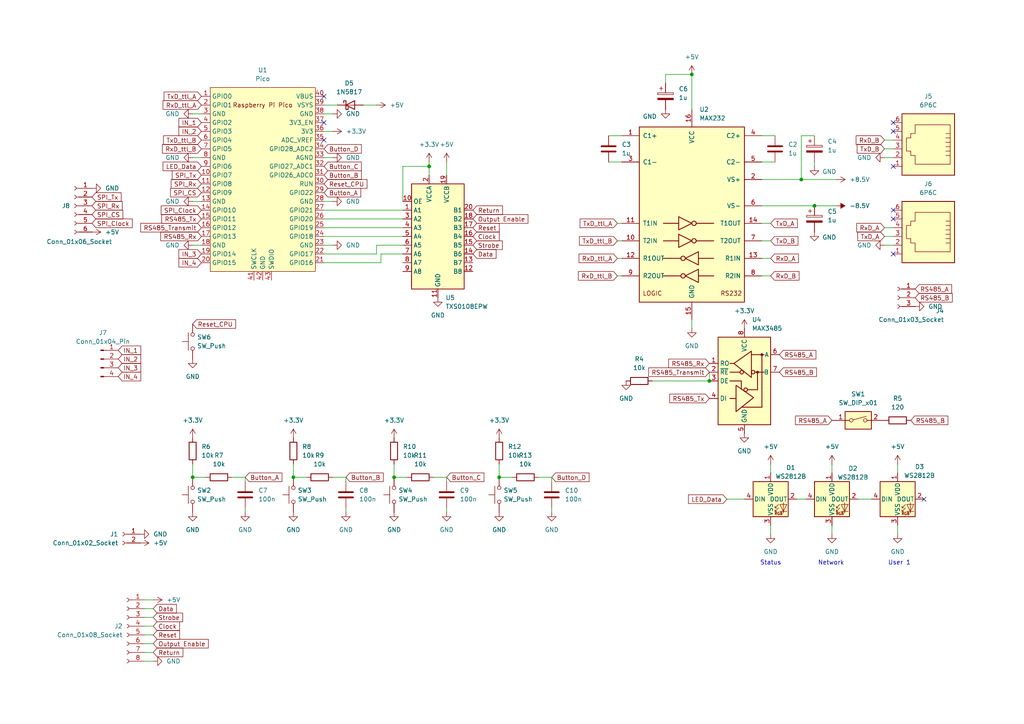
<source format=kicad_sch>
(kicad_sch (version 20231120) (generator "eeschema") (generator_version "8.0")
  (paper "A4")
  (junction (at 205.74 110.49))
  (junction (at 124.46 48.26))
  (junction (at 144.78 138.43))
  (junction (at 200.66 21.59))
  (junction (at 114.3 138.43))
  (junction (at 236.22 59.69))
  (junction (at 55.88 138.43))
  (junction (at 232.41 52.07))
  (junction (at 85.09 138.43))
  (no_connect (at 93.98 35.56))
  (no_connect (at 259.08 63.5))
  (no_connect (at 267.97 144.78))
  (no_connect (at 93.98 40.64))
  (no_connect (at 259.08 38.1))
  (no_connect (at 259.08 73.66))
  (no_connect (at 93.98 27.94))
  (no_connect (at 259.08 35.56))
  (no_connect (at 259.08 48.26))
  (no_connect (at 259.08 60.96))
  (wire (pts (xy 220.98 69.85) (xy 223.52 69.85)))
  (wire (pts (xy 236.22 46.99) (xy 236.22 48.26)))
  (wire (pts (xy 85.09 138.43) (xy 88.9 138.43)))
  (wire (pts (xy 114.3 138.43) (xy 118.11 138.43)))
  (wire (pts (xy 105.41 30.48) (xy 109.22 30.48)))
  (wire (pts (xy 179.07 80.01) (xy 180.34 80.01)))
  (wire (pts (xy 55.88 45.72) (xy 58.42 45.72)))
  (wire (pts (xy 160.02 139.7) (xy 160.02 138.43)))
  (wire (pts (xy 55.88 134.62) (xy 55.88 138.43)))
  (wire (pts (xy 256.54 66.04) (xy 259.08 66.04)))
  (wire (pts (xy 116.84 58.42) (xy 116.84 48.26)))
  (wire (pts (xy 100.33 139.7) (xy 100.33 138.43)))
  (wire (pts (xy 93.98 63.5) (xy 116.84 63.5)))
  (wire (pts (xy 124.46 48.26) (xy 124.46 50.8)))
  (wire (pts (xy 193.04 21.59) (xy 200.66 21.59)))
  (wire (pts (xy 41.91 179.07) (xy 44.45 179.07)))
  (wire (pts (xy 220.98 64.77) (xy 223.52 64.77)))
  (wire (pts (xy 41.91 184.15) (xy 44.45 184.15)))
  (wire (pts (xy 129.54 139.7) (xy 129.54 138.43)))
  (wire (pts (xy 200.66 92.71) (xy 200.66 95.25)))
  (wire (pts (xy 232.41 52.07) (xy 242.57 52.07)))
  (wire (pts (xy 55.88 58.42) (xy 58.42 58.42)))
  (wire (pts (xy 220.98 80.01) (xy 223.52 80.01)))
  (wire (pts (xy 160.02 148.59) (xy 160.02 147.32)))
  (wire (pts (xy 200.66 21.59) (xy 200.66 31.75)))
  (wire (pts (xy 248.92 144.78) (xy 252.73 144.78)))
  (wire (pts (xy 256.54 68.58) (xy 259.08 68.58)))
  (wire (pts (xy 100.33 148.59) (xy 100.33 147.32)))
  (wire (pts (xy 129.54 46.99) (xy 129.54 50.8)))
  (wire (pts (xy 223.52 134.62) (xy 223.52 137.16)))
  (wire (pts (xy 223.52 152.4) (xy 223.52 154.94)))
  (wire (pts (xy 93.98 73.66) (xy 109.22 73.66)))
  (wire (pts (xy 41.91 189.23) (xy 44.45 189.23)))
  (wire (pts (xy 41.91 173.99) (xy 44.45 173.99)))
  (wire (pts (xy 110.49 76.2) (xy 110.49 73.66)))
  (wire (pts (xy 176.53 46.99) (xy 180.34 46.99)))
  (wire (pts (xy 93.98 33.02) (xy 96.52 33.02)))
  (wire (pts (xy 231.14 144.78) (xy 233.68 144.78)))
  (wire (pts (xy 109.22 73.66) (xy 109.22 71.12)))
  (wire (pts (xy 41.91 176.53) (xy 44.45 176.53)))
  (wire (pts (xy 144.78 138.43) (xy 148.59 138.43)))
  (wire (pts (xy 179.07 64.77) (xy 180.34 64.77)))
  (wire (pts (xy 93.98 71.12) (xy 96.52 71.12)))
  (wire (pts (xy 129.54 138.43) (xy 125.73 138.43)))
  (wire (pts (xy 129.54 148.59) (xy 129.54 147.32)))
  (wire (pts (xy 116.84 48.26) (xy 124.46 48.26)))
  (wire (pts (xy 93.98 38.1) (xy 96.52 38.1)))
  (wire (pts (xy 110.49 73.66) (xy 116.84 73.66)))
  (wire (pts (xy 242.57 59.69) (xy 236.22 59.69)))
  (wire (pts (xy 85.09 134.62) (xy 85.09 138.43)))
  (wire (pts (xy 179.07 69.85) (xy 180.34 69.85)))
  (wire (pts (xy 93.98 58.42) (xy 96.52 58.42)))
  (wire (pts (xy 93.98 30.48) (xy 97.79 30.48)))
  (wire (pts (xy 220.98 46.99) (xy 224.79 46.99)))
  (wire (pts (xy 179.07 74.93) (xy 180.34 74.93)))
  (wire (pts (xy 241.3 134.62) (xy 241.3 137.16)))
  (wire (pts (xy 256.54 40.64) (xy 259.08 40.64)))
  (wire (pts (xy 220.98 39.37) (xy 224.79 39.37)))
  (wire (pts (xy 256.54 45.72) (xy 259.08 45.72)))
  (wire (pts (xy 236.22 39.37) (xy 232.41 39.37)))
  (wire (pts (xy 260.35 152.4) (xy 260.35 154.94)))
  (wire (pts (xy 93.98 66.04) (xy 116.84 66.04)))
  (wire (pts (xy 241.3 152.4) (xy 241.3 154.94)))
  (wire (pts (xy 189.23 110.49) (xy 205.74 110.49)))
  (wire (pts (xy 93.98 76.2) (xy 110.49 76.2)))
  (wire (pts (xy 71.12 139.7) (xy 71.12 138.43)))
  (wire (pts (xy 55.88 71.12) (xy 58.42 71.12)))
  (wire (pts (xy 55.88 33.02) (xy 58.42 33.02)))
  (wire (pts (xy 100.33 138.43) (xy 96.52 138.43)))
  (wire (pts (xy 93.98 60.96) (xy 116.84 60.96)))
  (wire (pts (xy 144.78 134.62) (xy 144.78 138.43)))
  (wire (pts (xy 256.54 43.18) (xy 259.08 43.18)))
  (wire (pts (xy 260.35 134.62) (xy 260.35 137.16)))
  (wire (pts (xy 71.12 148.59) (xy 71.12 147.32)))
  (wire (pts (xy 109.22 71.12) (xy 116.84 71.12)))
  (wire (pts (xy 71.12 138.43) (xy 67.31 138.43)))
  (wire (pts (xy 220.98 52.07) (xy 232.41 52.07)))
  (wire (pts (xy 220.98 74.93) (xy 223.52 74.93)))
  (wire (pts (xy 41.91 186.69) (xy 44.45 186.69)))
  (wire (pts (xy 193.04 24.13) (xy 193.04 21.59)))
  (wire (pts (xy 160.02 138.43) (xy 156.21 138.43)))
  (wire (pts (xy 176.53 39.37) (xy 180.34 39.37)))
  (wire (pts (xy 205.74 107.95) (xy 205.74 110.49)))
  (wire (pts (xy 210.82 144.78) (xy 215.9 144.78)))
  (wire (pts (xy 236.22 59.69) (xy 220.98 59.69)))
  (wire (pts (xy 41.91 181.61) (xy 44.45 181.61)))
  (wire (pts (xy 232.41 39.37) (xy 232.41 52.07)))
  (wire (pts (xy 55.88 138.43) (xy 59.69 138.43)))
  (wire (pts (xy 256.54 71.12) (xy 259.08 71.12)))
  (wire (pts (xy 41.91 191.77) (xy 44.45 191.77)))
  (wire (pts (xy 93.98 45.72) (xy 96.52 45.72)))
  (wire (pts (xy 93.98 68.58) (xy 116.84 68.58)))
  (wire (pts (xy 124.46 46.99) (xy 124.46 48.26)))
  (wire (pts (xy 114.3 134.62) (xy 114.3 138.43)))
  (text "Network" (at 241.046 163.322 0) (effects (font (size 1.27 1.27))))
  (text "User 1" (at 260.858 163.322 0) (effects (font (size 1.27 1.27))))
  (text "Status" (at 223.52 163.322 0) (effects (font (size 1.27 1.27))))
  (global_label "Output Enable" (shape input) (at 137.16 63.5 0) (property "Intersheetrefs" "${INTERSHEET_REFS}" (effects (hide yes))))
  (global_label "SPI_Rx" (shape input) (at 58.42 53.34 180) (property "Intersheetrefs" "${INTERSHEET_REFS}" (effects (hide yes))))
  (global_label "IN_2" (shape input) (at 58.42 38.1 180) (property "Intersheetrefs" "${INTERSHEET_REFS}" (effects (hide yes))))
  (global_label "LED_Data" (shape input) (at 210.82 144.78 180) (property "Intersheetrefs" "${INTERSHEET_REFS}" (effects (hide yes))))
  (global_label "RS485_B" (shape input) (at 265.43 86.36 0) (property "Intersheetrefs" "${INTERSHEET_REFS}" (effects (hide yes))))
  (global_label "LED_Data" (shape input) (at 58.42 48.26 180) (property "Intersheetrefs" "${INTERSHEET_REFS}" (effects (hide yes))))
  (global_label "RxD_ttl_A" (shape input) (at 179.07 74.93 180) (property "Intersheetrefs" "${INTERSHEET_REFS}" (effects (hide yes))))
  (global_label "Return" (shape input) (at 44.45 189.23 0) (property "Intersheetrefs" "${INTERSHEET_REFS}" (effects (hide yes))))
  (global_label "Data" (shape input) (at 137.16 73.66 0) (property "Intersheetrefs" "${INTERSHEET_REFS}" (effects (hide yes))))
  (global_label "IN_4" (shape input) (at 34.29 109.22 0) (property "Intersheetrefs" "${INTERSHEET_REFS}" (effects (hide yes))))
  (global_label "SPI_Tx" (shape input) (at 26.67 57.15 0) (property "Intersheetrefs" "${INTERSHEET_REFS}" (effects (hide yes))))
  (global_label "IN_1" (shape input) (at 34.29 101.6 0) (property "Intersheetrefs" "${INTERSHEET_REFS}" (effects (hide yes))))
  (global_label "TxD_ttl_B" (shape input) (at 58.42 40.64 180) (property "Intersheetrefs" "${INTERSHEET_REFS}" (effects (hide yes))))
  (global_label "Button_A" (shape input) (at 71.12 138.43 0) (property "Intersheetrefs" "${INTERSHEET_REFS}" (effects (hide yes))))
  (global_label "RS485_B" (shape input) (at 226.06 107.95 0) (property "Intersheetrefs" "${INTERSHEET_REFS}" (effects (hide yes))))
  (global_label "Button_A" (shape input) (at 93.98 55.88 0) (property "Intersheetrefs" "${INTERSHEET_REFS}" (effects (hide yes))))
  (global_label "RS485_Rx" (shape input) (at 205.74 105.41 180) (property "Intersheetrefs" "${INTERSHEET_REFS}" (effects (hide yes))))
  (global_label "IN_4" (shape input) (at 58.42 76.2 180) (property "Intersheetrefs" "${INTERSHEET_REFS}" (effects (hide yes))))
  (global_label "Button_D" (shape input) (at 93.98 43.18 0) (property "Intersheetrefs" "${INTERSHEET_REFS}" (effects (hide yes))))
  (global_label "Strobe" (shape input) (at 44.45 179.07 0) (property "Intersheetrefs" "${INTERSHEET_REFS}" (effects (hide yes))))
  (global_label "Data" (shape input) (at 44.45 176.53 0) (property "Intersheetrefs" "${INTERSHEET_REFS}" (effects (hide yes))))
  (global_label "RS485_A" (shape input) (at 241.3 121.92 180) (property "Intersheetrefs" "${INTERSHEET_REFS}" (effects (hide yes))))
  (global_label "Button_D" (shape input) (at 160.02 138.43 0) (property "Intersheetrefs" "${INTERSHEET_REFS}" (effects (hide yes))))
  (global_label "Button_C" (shape input) (at 129.54 138.43 0) (property "Intersheetrefs" "${INTERSHEET_REFS}" (effects (hide yes))))
  (global_label "RxD_B" (shape input) (at 256.54 40.64 180) (property "Intersheetrefs" "${INTERSHEET_REFS}" (effects (hide yes))))
  (global_label "SPI_CS" (shape input) (at 26.67 62.23 0) (property "Intersheetrefs" "${INTERSHEET_REFS}" (effects (hide yes))))
  (global_label "TxD_ttl_B" (shape input) (at 179.07 69.85 180) (property "Intersheetrefs" "${INTERSHEET_REFS}" (effects (hide yes))))
  (global_label "Reset_CPU" (shape input) (at 55.88 93.98 0) (property "Intersheetrefs" "${INTERSHEET_REFS}" (effects (hide yes))))
  (global_label "RS485_Tx" (shape input) (at 58.42 63.5 180) (property "Intersheetrefs" "${INTERSHEET_REFS}" (effects (hide yes))))
  (global_label "Clock" (shape input) (at 44.45 181.61 0) (property "Intersheetrefs" "${INTERSHEET_REFS}" (effects (hide yes))))
  (global_label "TxD_A" (shape input) (at 223.52 64.77 0) (property "Intersheetrefs" "${INTERSHEET_REFS}" (effects (hide yes))))
  (global_label "IN_3" (shape input) (at 58.42 73.66 180) (property "Intersheetrefs" "${INTERSHEET_REFS}" (effects (hide yes))))
  (global_label "RxD_ttl_B" (shape input) (at 58.42 43.18 180) (property "Intersheetrefs" "${INTERSHEET_REFS}" (effects (hide yes))))
  (global_label "TxD_B" (shape input) (at 223.52 69.85 0) (property "Intersheetrefs" "${INTERSHEET_REFS}" (effects (hide yes))))
  (global_label "RS485_A" (shape input) (at 265.43 83.82 0) (property "Intersheetrefs" "${INTERSHEET_REFS}" (effects (hide yes))))
  (global_label "SPI_CS" (shape input) (at 58.42 55.88 180) (property "Intersheetrefs" "${INTERSHEET_REFS}" (effects (hide yes))))
  (global_label "Reset" (shape input) (at 44.45 184.15 0) (property "Intersheetrefs" "${INTERSHEET_REFS}" (effects (hide yes))))
  (global_label "RxD_ttl_B" (shape input) (at 179.07 80.01 180) (property "Intersheetrefs" "${INTERSHEET_REFS}" (effects (hide yes))))
  (global_label "Clock" (shape input) (at 137.16 68.58 0) (property "Intersheetrefs" "${INTERSHEET_REFS}" (effects (hide yes))))
  (global_label "TxD_ttl_A" (shape input) (at 179.07 64.77 180) (property "Intersheetrefs" "${INTERSHEET_REFS}" (effects (hide yes))))
  (global_label "Button_C" (shape input) (at 93.98 48.26 0) (property "Intersheetrefs" "${INTERSHEET_REFS}" (effects (hide yes))))
  (global_label "IN_3" (shape input) (at 34.29 106.68 0) (property "Intersheetrefs" "${INTERSHEET_REFS}" (effects (hide yes))))
  (global_label "Button_B" (shape input) (at 100.33 138.43 0) (property "Intersheetrefs" "${INTERSHEET_REFS}" (effects (hide yes))))
  (global_label "RxD_A" (shape input) (at 223.52 74.93 0) (property "Intersheetrefs" "${INTERSHEET_REFS}" (effects (hide yes))))
  (global_label "SPI_Clock" (shape input) (at 26.67 64.77 0) (property "Intersheetrefs" "${INTERSHEET_REFS}" (effects (hide yes))))
  (global_label "RS485_Transmit" (shape input) (at 58.42 66.04 180) (property "Intersheetrefs" "${INTERSHEET_REFS}" (effects (hide yes))))
  (global_label "RS485_Transmit" (shape input) (at 205.74 107.95 180) (property "Intersheetrefs" "${INTERSHEET_REFS}" (effects (hide yes))))
  (global_label "SPI_Rx" (shape input) (at 26.67 59.69 0) (property "Intersheetrefs" "${INTERSHEET_REFS}" (effects (hide yes))))
  (global_label "RS485_B" (shape input) (at 264.16 121.92 0) (property "Intersheetrefs" "${INTERSHEET_REFS}" (effects (hide yes))))
  (global_label "SPI_Clock" (shape input) (at 58.42 60.96 180) (property "Intersheetrefs" "${INTERSHEET_REFS}" (effects (hide yes))))
  (global_label "TxD_B" (shape input) (at 256.54 43.18 180) (property "Intersheetrefs" "${INTERSHEET_REFS}" (effects (hide yes))))
  (global_label "RS485_Rx" (shape input) (at 58.42 68.58 180) (property "Intersheetrefs" "${INTERSHEET_REFS}" (effects (hide yes))))
  (global_label "RS485_A" (shape input) (at 226.06 102.87 0) (property "Intersheetrefs" "${INTERSHEET_REFS}" (effects (hide yes))))
  (global_label "TxD_A" (shape input) (at 256.54 68.58 180) (property "Intersheetrefs" "${INTERSHEET_REFS}" (effects (hide yes))))
  (global_label "RxD_ttl_A" (shape input) (at 58.42 30.48 180) (property "Intersheetrefs" "${INTERSHEET_REFS}" (effects (hide yes))))
  (global_label "SPI_Tx" (shape input) (at 58.42 50.8 180) (property "Intersheetrefs" "${INTERSHEET_REFS}" (effects (hide yes))))
  (global_label "Return" (shape input) (at 137.16 60.96 0) (property "Intersheetrefs" "${INTERSHEET_REFS}" (effects (hide yes))))
  (global_label "RxD_B" (shape input) (at 223.52 80.01 0) (property "Intersheetrefs" "${INTERSHEET_REFS}" (effects (hide yes))))
  (global_label "RxD_A" (shape input) (at 256.54 66.04 180) (property "Intersheetrefs" "${INTERSHEET_REFS}" (effects (hide yes))))
  (global_label "Reset_CPU" (shape input) (at 93.98 53.34 0) (property "Intersheetrefs" "${INTERSHEET_REFS}" (effects (hide yes))))
  (global_label "Output Enable" (shape input) (at 44.45 186.69 0) (property "Intersheetrefs" "${INTERSHEET_REFS}" (effects (hide yes))))
  (global_label "Button_B" (shape input) (at 93.98 50.8 0) (property "Intersheetrefs" "${INTERSHEET_REFS}" (effects (hide yes))))
  (global_label "IN_1" (shape input) (at 58.42 35.56 180) (property "Intersheetrefs" "${INTERSHEET_REFS}" (effects (hide yes))))
  (global_label "Reset" (shape input) (at 137.16 66.04 0) (property "Intersheetrefs" "${INTERSHEET_REFS}" (effects (hide yes))))
  (global_label "IN_2" (shape input) (at 34.29 104.14 0) (property "Intersheetrefs" "${INTERSHEET_REFS}" (effects (hide yes))))
  (global_label "RS485_Tx" (shape input) (at 205.74 115.57 180) (property "Intersheetrefs" "${INTERSHEET_REFS}" (effects (hide yes))))
  (global_label "Strobe" (shape input) (at 137.16 71.12 0) (property "Intersheetrefs" "${INTERSHEET_REFS}" (effects (hide yes))))
  (global_label "TxD_ttl_A" (shape input) (at 58.42 27.94 180) (property "Intersheetrefs" "${INTERSHEET_REFS}" (effects (hide yes))))
  (symbol (lib_id "power:GND") (at 260.35 154.94 0) (unit 1)
    (property "Reference" "#PWR09" (effects (hide yes)))
    (property "Value" "GND" (at 260.35 160.02 0))
    (property "Description" "Power symbol creates a global label with name \"GND\" , ground" (effects (hide yes)))
  )
  (symbol (lib_id "power:GND") (at 71.12 148.59 0) (unit 1)
    (property "Reference" "#PWR040" (effects (hide yes)))
    (property "Value" "GND" (at 71.12 153.67 0))
    (property "Description" "Power symbol creates a global label with name \"GND\" , ground" (effects (hide yes)))
  )
  (symbol (lib_id "power:GND") (at 55.88 71.12 270) (unit 1)
    (property "Reference" "#PWR012" (effects (hide yes)))
    (property "Value" "GND" (at 52.07 71.1199 90) (effects (justify right)))
    (property "Description" "Power symbol creates a global label with name \"GND\" , ground" (effects (hide yes)))
  )
  (symbol (lib_id "Device:R") (at 152.4 138.43 90) (unit 1)
    (property "Reference" "R13" (at 152.4 132.08 90))
    (property "Value" "10k" (at 152.4 134.62 90))
    (property "Footprint" "Resistor_SMD:R_0805_2012Metric_Pad1.20x1.40mm_HandSolder" (effects (hide yes)))
    (property "Description" "Resistor" (effects (hide yes)))
  )
  (symbol (lib_id "Switch:SW_Push") (at 144.78 143.51 90) (unit 1)
    (property "Reference" "SW5" (at 146.05 142.2399 90) (effects (justify right)))
    (property "Value" "SW_Push" (at 146.05 144.7799 90) (effects (justify right)))
    (property "Footprint" "Button_Switch_SMD:SW_Tactile_SPST_NO_Straight_CK_PTS636Sx25SMTRLFS" (effects (hide yes)))
    (property "Description" "Push button switch, generic, two pins" (effects (hide yes)))
  )
  (symbol (lib_id "MCU_RaspberryPi_and_Boards:Pico") (at 76.2 52.07 0) (unit 1)
    (property "Reference" "U1" (at 76.2 20.32 0))
    (property "Value" "Pico" (at 76.2 22.86 0))
    (property "Footprint" "Module:RaspberryPi_Pico_W_SMD" (effects (hide yes)))
  )
  (symbol (lib_id "power:GND") (at 100.33 148.59 0) (unit 1)
    (property "Reference" "#PWR044" (effects (hide yes)))
    (property "Value" "GND" (at 100.33 153.67 0))
    (property "Description" "Power symbol creates a global label with name \"GND\" , ground" (effects (hide yes)))
  )
  (symbol (lib_id "Device:R") (at 85.09 130.81 0) (unit 1)
    (property "Reference" "R8" (at 87.63 129.5399 0) (effects (justify left)))
    (property "Value" "10k" (at 87.63 132.0799 0) (effects (justify left)))
    (property "Footprint" "Resistor_SMD:R_0805_2012Metric_Pad1.20x1.40mm_HandSolder" (effects (hide yes)))
    (property "Description" "Resistor" (effects (hide yes)))
  )
  (symbol (lib_id "power:GND") (at 96.52 71.12 90) (unit 1)
    (property "Reference" "#PWR019" (effects (hide yes)))
    (property "Value" "GND" (at 100.33 71.1199 90) (effects (justify right)))
    (property "Description" "Power symbol creates a global label with name \"GND\" , ground" (effects (hide yes)))
  )
  (symbol (lib_id "power:GND") (at 44.45 191.77 90) (unit 1)
    (property "Reference" "#PWR011" (effects (hide yes)))
    (property "Value" "GND" (at 48.26 191.7699 90) (effects (justify right)))
    (property "Description" "Power symbol creates a global label with name \"GND\" , ground" (effects (hide yes)))
  )
  (symbol (lib_id "Device:R") (at 121.92 138.43 90) (unit 1)
    (property "Reference" "R11" (at 121.92 132.08 90))
    (property "Value" "10k" (at 121.92 134.62 90))
    (property "Footprint" "Resistor_SMD:R_0805_2012Metric_Pad1.20x1.40mm_HandSolder" (effects (hide yes)))
    (property "Description" "Resistor" (effects (hide yes)))
  )
  (symbol (lib_id "power:GND") (at 193.04 31.75 0) (unit 1)
    (property "Reference" "#PWR034" (effects (hide yes)))
    (property "Value" "GND" (at 188.468 33.782 0))
    (property "Description" "Power symbol creates a global label with name \"GND\" , ground" (effects (hide yes)))
  )
  (symbol (lib_id "Switch:SW_Push") (at 55.88 143.51 90) (unit 1)
    (property "Reference" "SW2" (at 57.15 142.2399 90) (effects (justify right)))
    (property "Value" "SW_Push" (at 57.15 144.7799 90) (effects (justify right)))
    (property "Footprint" "Button_Switch_SMD:SW_Tactile_SPST_NO_Straight_CK_PTS636Sx25SMTRLFS" (effects (hide yes)))
    (property "Description" "Push button switch, generic, two pins" (effects (hide yes)))
  )
  (symbol (lib_id "power:+3.3V") (at 124.46 46.99 0) (unit 1)
    (property "Reference" "#PWR54" (effects (hide yes)))
    (property "Value" "+3.3V" (at 124.46 41.91 0))
    (property "Description" "Power symbol creates a global label with name \"+3.3V\"" (effects (hide yes)))
  )
  (symbol (lib_id "power:GND") (at 55.88 104.14 0) (unit 1)
    (property "Reference" "#PWR53" (effects (hide yes)))
    (property "Value" "GND" (at 55.88 109.22 0))
    (property "Description" "Power symbol creates a global label with name \"GND\" , ground" (effects (hide yes)))
  )
  (symbol (lib_id "Device:R") (at 55.88 130.81 0) (unit 1)
    (property "Reference" "R6" (at 58.42 129.5399 0) (effects (justify left)))
    (property "Value" "10k" (at 58.42 132.0799 0) (effects (justify left)))
    (property "Footprint" "Resistor_SMD:R_0805_2012Metric_Pad1.20x1.40mm_HandSolder" (effects (hide yes)))
    (property "Description" "Resistor" (effects (hide yes)))
  )
  (symbol (lib_id "Device:R") (at 114.3 130.81 0) (unit 1)
    (property "Reference" "R10" (at 116.84 129.5399 0) (effects (justify left)))
    (property "Value" "10k" (at 116.84 132.0799 0) (effects (justify left)))
    (property "Footprint" "Resistor_SMD:R_0805_2012Metric_Pad1.20x1.40mm_HandSolder" (effects (hide yes)))
    (property "Description" "Resistor" (effects (hide yes)))
  )
  (symbol (lib_id "power:+3.3V") (at 215.9 95.25 0) (unit 1)
    (property "Reference" "#PWR036" (effects (hide yes)))
    (property "Value" "+3.3V" (at 215.9 90.17 0))
    (property "Description" "Power symbol creates a global label with name \"+3.3V\"" (effects (hide yes)))
  )
  (symbol (lib_id "Device:R") (at 185.42 110.49 90) (unit 1)
    (property "Reference" "R4" (at 185.42 104.14 90))
    (property "Value" "10k" (at 185.42 106.68 90))
    (property "Footprint" "Resistor_SMD:R_0805_2012Metric_Pad1.20x1.40mm_HandSolder" (effects (hide yes)))
    (property "Description" "Resistor" (effects (hide yes)))
  )
  (symbol (lib_id "power:+3.3V") (at 96.52 38.1 270) (unit 1)
    (property "Reference" "#PWR022" (effects (hide yes)))
    (property "Value" "+3.3V" (at 100.33 38.0999 90) (effects (justify left)))
    (property "Description" "Power symbol creates a global label with name \"+3.3V\"" (effects (hide yes)))
  )
  (symbol (lib_id "Device:R") (at 144.78 130.81 0) (unit 1)
    (property "Reference" "R12" (at 147.32 129.5399 0) (effects (justify left)))
    (property "Value" "10k" (at 147.32 132.0799 0) (effects (justify left)))
    (property "Footprint" "Resistor_SMD:R_0805_2012Metric_Pad1.20x1.40mm_HandSolder" (effects (hide yes)))
    (property "Description" "Resistor" (effects (hide yes)))
  )
  (symbol (lib_id "power:GND") (at 40.64 154.94 90) (unit 1)
    (property "Reference" "#PWR02" (effects (hide yes)))
    (property "Value" "GND" (at 44.45 154.9399 90) (effects (justify right)))
    (property "Description" "Power symbol creates a global label with name \"GND\" , ground" (effects (hide yes)))
  )
  (symbol (lib_id "Connector:Conn_01x08_Socket") (at 36.83 181.61 0) (mirror y) (unit 1)
    (property "Reference" "J2" (at 35.56 181.6099 0) (effects (justify left)))
    (property "Value" "Conn_01x08_Socket" (at 35.56 184.1499 0) (effects (justify left)))
    (property "Footprint" "Connector_PinSocket_2.54mm:PinSocket_1x08_P2.54mm_Horizontal" (effects (hide yes)))
    (property "Description" "Generic connector, single row, 01x08, script generated" (effects (hide yes)))
  )
  (symbol (lib_id "Diode:1N5817") (at 101.6 30.48 0) (unit 1)
    (property "Reference" "D5" (at 101.2825 24.13 0))
    (property "Value" "1N5817" (at 101.2825 26.67 0))
    (property "Footprint" "Diode_THT:D_DO-41_SOD81_P10.16mm_Horizontal" (effects (hide yes)))
    (property "Datasheet" "http://www.vishay.com/docs/88525/1n5817.pdf" (effects (hide yes)))
    (property "Description" "20V 1A Schottky Barrier Rectifier Diode, DO-41" (effects (hide yes)))
  )
  (symbol (lib_id "power:GND") (at 96.52 33.02 90) (unit 1)
    (property "Reference" "#PWR016" (effects (hide yes)))
    (property "Value" "GND" (at 100.33 33.0199 90) (effects (justify right)))
    (property "Description" "Power symbol creates a global label with name \"GND\" , ground" (effects (hide yes)))
  )
  (symbol (lib_id "Device:R") (at 63.5 138.43 90) (unit 1)
    (property "Reference" "R7" (at 63.5 132.08 90))
    (property "Value" "10k" (at 63.5 134.62 90))
    (property "Footprint" "Resistor_SMD:R_0805_2012Metric_Pad1.20x1.40mm_HandSolder" (effects (hide yes)))
    (property "Description" "Resistor" (effects (hide yes)))
  )
  (symbol (lib_id "Connector:Conn_01x03_Socket") (at 260.35 86.36 0) (mirror y) (unit 1)
    (property "Reference" "J4" (at 273.812 90.17 0) (effects (justify left)))
    (property "Value" "Conn_01x03_Socket" (at 273.812 92.71 0) (effects (justify left)))
    (property "Footprint" "Connector_Phoenix_MSTB:PhoenixContact_MSTBVA_2,5_3-G_1x03_P5.00mm_Vertical" (effects (hide yes)))
    (property "Description" "Generic connector, single row, 01x03, script generated" (effects (hide yes)))
  )
  (symbol (lib_id "power:GND") (at 55.88 45.72 270) (unit 1)
    (property "Reference" "#PWR014" (effects (hide yes)))
    (property "Value" "GND" (at 52.07 45.7199 90) (effects (justify right)))
    (property "Description" "Power symbol creates a global label with name \"GND\" , ground" (effects (hide yes)))
  )
  (symbol (lib_id "power:+5V") (at 200.66 21.59 0) (unit 1)
    (property "Reference" "#PWR029" (effects (hide yes)))
    (property "Value" "+5V" (at 200.66 16.51 0))
    (property "Description" "Power symbol creates a global label with name \"+5V\"" (effects (hide yes)))
  )
  (symbol (lib_id "power:+8V") (at 242.57 52.07 270) (unit 1)
    (property "Reference" "#PWR030" (effects (hide yes)))
    (property "Value" "+8.5V" (at 246.38 52.0699 90) (effects (justify left)))
    (property "Description" "Power symbol creates a global label with name \"+8V\"" (effects (hide yes)))
  )
  (symbol (lib_id "power:GND") (at 144.78 148.59 0) (unit 1)
    (property "Reference" "#PWR049" (effects (hide yes)))
    (property "Value" "GND" (at 144.78 153.67 0))
    (property "Description" "Power symbol creates a global label with name \"GND\" , ground" (effects (hide yes)))
  )
  (symbol (lib_id "Device:C") (at 160.02 143.51 0) (unit 1)
    (property "Reference" "C10" (at 163.83 142.2399 0) (effects (justify left)))
    (property "Value" "100n" (at 163.83 144.7799 0) (effects (justify left)))
    (property "Footprint" "Capacitor_SMD:C_0805_2012Metric_Pad1.18x1.45mm_HandSolder" (effects (hide yes)))
    (property "Description" "Unpolarized capacitor" (effects (hide yes)))
  )
  (symbol (lib_id "Switch:SW_Push") (at 85.09 143.51 90) (unit 1)
    (property "Reference" "SW3" (at 86.36 142.2399 90) (effects (justify right)))
    (property "Value" "SW_Push" (at 86.36 144.7799 90) (effects (justify right)))
    (property "Footprint" "Button_Switch_SMD:SW_Tactile_SPST_NO_Straight_CK_PTS636Sx25SMTRLFS" (effects (hide yes)))
    (property "Description" "Push button switch, generic, two pins" (effects (hide yes)))
  )
  (symbol (lib_id "Interface_UART:MAX232") (at 200.66 62.23 0) (unit 1)
    (property "Reference" "U2" (at 202.8541 31.75 0) (effects (justify left)))
    (property "Value" "MAX232" (at 202.8541 34.29 0) (effects (justify left)))
    (property "Footprint" "Package_DIP:DIP-16_W7.62mm_LongPads" (effects (hide yes)))
    (property "Datasheet" "http://www.ti.com/lit/ds/symlink/max232.pdf" (effects (hide yes)))
    (property "Description" "Dual RS232 driver/receiver, 5V supply, 120kb/s, 0C-70C" (effects (hide yes)))
  )
  (symbol (lib_id "power:GND") (at 160.02 148.59 0) (unit 1)
    (property "Reference" "#PWR050" (effects (hide yes)))
    (property "Value" "GND" (at 160.02 153.67 0))
    (property "Description" "Power symbol creates a global label with name \"GND\" , ground" (effects (hide yes)))
  )
  (symbol (lib_id "Device:C") (at 224.79 43.18 0) (unit 1)
    (property "Reference" "C2" (at 228.6 41.9099 0) (effects (justify left)))
    (property "Value" "1u" (at 228.6 44.4499 0) (effects (justify left)))
    (property "Footprint" "Capacitor_THT:C_Disc_D5.0mm_W2.5mm_P5.00mm" (effects (hide yes)))
    (property "Description" "Unpolarized capacitor" (effects (hide yes)))
  )
  (symbol (lib_id "power:GND") (at 236.22 67.31 0) (unit 1)
    (property "Reference" "#PWR033" (effects (hide yes)))
    (property "Value" "GND" (at 240.538 68.834 0))
    (property "Description" "Power symbol creates a global label with name \"GND\" , ground" (effects (hide yes)))
  )
  (symbol (lib_id "power:GND") (at 256.54 71.12 270) (unit 1)
    (property "Reference" "#PWR026" (effects (hide yes)))
    (property "Value" "GND" (at 252.73 71.1199 90) (effects (justify right)))
    (property "Description" "Power symbol creates a global label with name \"GND\" , ground" (effects (hide yes)))
  )
  (symbol (lib_id "power:GND") (at 265.43 88.9 90) (unit 1)
    (property "Reference" "#PWR037" (effects (hide yes)))
    (property "Value" "GND" (at 269.24 88.8999 90) (effects (justify right)))
    (property "Description" "Power symbol creates a global label with name \"GND\" , ground" (effects (hide yes)))
  )
  (symbol (lib_id "power:GND") (at 127 86.36 0) (unit 1)
    (property "Reference" "#PWR56" (effects (hide yes)))
    (property "Value" "GND" (at 127 91.44 0))
    (property "Description" "Power symbol creates a global label with name \"GND\" , ground" (effects (hide yes)))
  )
  (symbol (lib_id "LED:WS2812B") (at 223.52 144.78 0) (unit 1)
    (property "Reference" "D1" (at 229.362 135.636 0))
    (property "Value" "WS2812B" (at 229.362 138.176 0))
    (property "Footprint" "LED_SMD:LED_WS2812B_PLCC4_5.0x5.0mm_P3.2mm" (effects (hide yes)))
    (property "Datasheet" "https://cdn-shop.adafruit.com/datasheets/WS2812B.pdf" (effects (hide yes)))
    (property "Description" "RGB LED with integrated controller" (effects (hide yes)))
  )
  (symbol (lib_id "Device:C_Polarized") (at 236.22 43.18 0) (unit 1)
    (property "Reference" "C4" (at 240.03 41.0209 0) (effects (justify left)))
    (property "Value" "1u" (at 240.03 43.5609 0) (effects (justify left)))
    (property "Footprint" "Capacitor_THT:C_Radial_D6.3mm_H5.0mm_P2.50mm" (effects (hide yes)))
    (property "Description" "Polarized capacitor" (effects (hide yes)))
  )
  (symbol (lib_id "power:-8V") (at 242.57 59.69 270) (unit 1)
    (property "Reference" "#PWR032" (effects (hide yes)))
    (property "Value" "-8.5V" (at 246.38 59.6899 90) (effects (justify left)))
    (property "Description" "Power symbol creates a global label with name \"-8V\"" (effects (hide yes)))
  )
  (symbol (lib_id "power:GND") (at 96.52 45.72 90) (unit 1)
    (property "Reference" "#PWR017" (effects (hide yes)))
    (property "Value" "GND" (at 100.33 45.7199 90) (effects (justify right)))
    (property "Description" "Power symbol creates a global label with name \"GND\" , ground" (effects (hide yes)))
  )
  (symbol (lib_id "power:+3.3V") (at 144.78 127 0) (unit 1)
    (property "Reference" "#PWR048" (effects (hide yes)))
    (property "Value" "+3.3V" (at 144.78 121.92 0))
    (property "Description" "Power symbol creates a global label with name \"+3.3V\"" (effects (hide yes)))
  )
  (symbol (lib_id "power:GND") (at 181.61 110.49 0) (unit 1)
    (property "Reference" "#PWR038" (effects (hide yes)))
    (property "Value" "GND" (at 181.61 115.57 0))
    (property "Description" "Power symbol creates a global label with name \"GND\" , ground" (effects (hide yes)))
  )
  (symbol (lib_id "power:+5V") (at 109.22 30.48 270) (unit 1)
    (property "Reference" "#PWR03" (effects (hide yes)))
    (property "Value" "+5V" (at 113.03 30.4799 90) (effects (justify left)))
    (property "Description" "Power symbol creates a global label with name \"+5V\"" (effects (hide yes)))
  )
  (symbol (lib_id "Connector:Conn_01x02_Socket") (at 35.56 154.94 0) (mirror y) (unit 1)
    (property "Reference" "J1" (at 34.29 154.9399 0) (effects (justify left)))
    (property "Value" "Conn_01x02_Socket" (at 34.29 157.4799 0) (effects (justify left)))
    (property "Footprint" "Connector_Phoenix_MSTB:PhoenixContact_MSTBVA_2,5_2-G_1x02_P5.00mm_Vertical" (effects (hide yes)))
    (property "Description" "Generic connector, single row, 01x02, script generated" (effects (hide yes)))
  )
  (symbol (lib_id "power:+3.3V") (at 85.09 127 0) (unit 1)
    (property "Reference" "#PWR042" (effects (hide yes)))
    (property "Value" "+3.3V" (at 85.09 121.92 0))
    (property "Description" "Power symbol creates a global label with name \"+3.3V\"" (effects (hide yes)))
  )
  (symbol (lib_id "power:+5V") (at 26.67 67.31 270) (unit 1)
    (property "Reference" "#PWR052" (effects (hide yes)))
    (property "Value" "+5V" (at 30.48 67.3099 90) (effects (justify left)))
    (property "Description" "Power symbol creates a global label with name \"+5V\"" (effects (hide yes)))
  )
  (symbol (lib_id "power:+3.3V") (at 55.88 127 0) (unit 1)
    (property "Reference" "#PWR041" (effects (hide yes)))
    (property "Value" "+3.3V" (at 55.88 121.92 0))
    (property "Description" "Power symbol creates a global label with name \"+3.3V\"" (effects (hide yes)))
  )
  (symbol (lib_id "power:+5V") (at 260.35 134.62 0) (unit 1)
    (property "Reference" "#PWR08" (effects (hide yes)))
    (property "Value" "+5V" (at 260.35 129.54 0))
    (property "Description" "Power symbol creates a global label with name \"+5V\"" (effects (hide yes)))
  )
  (symbol (lib_id "Device:R") (at 92.71 138.43 90) (unit 1)
    (property "Reference" "R9" (at 92.71 132.08 90))
    (property "Value" "10k" (at 92.71 134.62 90))
    (property "Footprint" "Resistor_SMD:R_0805_2012Metric_Pad1.20x1.40mm_HandSolder" (effects (hide yes)))
    (property "Description" "Resistor" (effects (hide yes)))
  )
  (symbol (lib_id "Device:C") (at 100.33 143.51 0) (unit 1)
    (property "Reference" "C8" (at 104.14 142.2399 0) (effects (justify left)))
    (property "Value" "100n" (at 104.14 144.7799 0) (effects (justify left)))
    (property "Footprint" "Capacitor_SMD:C_0805_2012Metric_Pad1.18x1.45mm_HandSolder" (effects (hide yes)))
    (property "Description" "Unpolarized capacitor" (effects (hide yes)))
  )
  (symbol (lib_id "power:+5V") (at 44.45 173.99 270) (unit 1)
    (property "Reference" "#PWR010" (effects (hide yes)))
    (property "Value" "+5V" (at 48.26 173.9899 90) (effects (justify left)))
    (property "Description" "Power symbol creates a global label with name \"+5V\"" (effects (hide yes)))
  )
  (symbol (lib_id "power:+5V") (at 223.52 134.62 0) (unit 1)
    (property "Reference" "#PWR04" (effects (hide yes)))
    (property "Value" "+5V" (at 223.52 129.54 0))
    (property "Description" "Power symbol creates a global label with name \"+5V\"" (effects (hide yes)))
  )
  (symbol (lib_id "Switch:SW_DIP_x01") (at 248.92 121.92 0) (unit 1)
    (property "Reference" "SW1" (at 248.92 114.3 0))
    (property "Value" "SW_DIP_x01" (at 248.92 116.84 0))
    (property "Footprint" "Button_Switch_THT:SW_Slide-03_Wuerth-WS-SLTV_10x2.5x6.4_P2.54mm" (effects (hide yes)))
    (property "Description" "1x DIP Switch, Single Pole Single Throw (SPST) switch, small symbol" (effects (hide yes)))
  )
  (symbol (lib_id "power:+5V") (at 129.54 46.99 0) (unit 1)
    (property "Reference" "#PWR55" (effects (hide yes)))
    (property "Value" "+5V" (at 129.54 41.91 0))
    (property "Description" "Power symbol creates a global label with name \"+5V\"" (effects (hide yes)))
  )
  (symbol (lib_id "power:GND") (at 55.88 148.59 0) (unit 1)
    (property "Reference" "#PWR39" (effects (hide yes)))
    (property "Value" "GND" (at 55.88 153.67 0))
    (property "Description" "Power symbol creates a global label with name \"GND\" , ground" (effects (hide yes)))
  )
  (symbol (lib_id "power:GND") (at 241.3 154.94 0) (unit 1)
    (property "Reference" "#PWR07" (effects (hide yes)))
    (property "Value" "GND" (at 241.3 160.02 0))
    (property "Description" "Power symbol creates a global label with name \"GND\" , ground" (effects (hide yes)))
  )
  (symbol (lib_id "power:GND") (at 55.88 33.02 270) (unit 1)
    (property "Reference" "#PWR015" (effects (hide yes)))
    (property "Value" "GND" (at 52.07 33.0199 90) (effects (justify right)))
    (property "Description" "Power symbol creates a global label with name \"GND\" , ground" (effects (hide yes)))
  )
  (symbol (lib_id "power:GND") (at 200.66 95.25 0) (unit 1)
    (property "Reference" "#PWR028" (effects (hide yes)))
    (property "Value" "GND" (at 200.66 100.33 0))
    (property "Description" "Power symbol creates a global label with name \"GND\" , ground" (effects (hide yes)))
  )
  (symbol (lib_id "Logic_LevelTranslator:TXS0108EPW") (at 127 68.58 0) (unit 1)
    (property "Reference" "U5" (at 129.1941 86.36 0) (effects (justify left)))
    (property "Value" "TXS0108EPW" (at 129.1941 88.9 0) (effects (justify left)))
    (property "Footprint" "Package_SO:TSSOP-20_4.4x6.5mm_P0.65mm" (effects (hide yes)))
    (property "Datasheet" "www.ti.com/lit/ds/symlink/txs0108e.pdf" (effects (hide yes)))
    (property "Description" "Bidirectional  level-shifting voltage translator, TSSOP-20" (effects (hide yes)))
  )
  (symbol (lib_id "Connector:6P6C") (at 269.24 68.58 0) (mirror y) (unit 1)
    (property "Reference" "J6" (at 269.24 53.34 0))
    (property "Value" "6P6C" (at 269.24 55.88 0))
    (property "Footprint" "Connector_RJ:RJ12_Amphenol_54601-x06_Horizontal" (effects (hide yes)))
    (property "Description" "RJ connector, 6P6C (6 positions 6 connected), RJ12/RJ18/RJ25" (effects (hide yes)))
  )
  (symbol (lib_id "Device:C") (at 176.53 43.18 0) (unit 1)
    (property "Reference" "C3" (at 180.34 41.9099 0) (effects (justify left)))
    (property "Value" "1u" (at 180.34 44.4499 0) (effects (justify left)))
    (property "Footprint" "Capacitor_THT:C_Disc_D5.0mm_W2.5mm_P5.00mm" (effects (hide yes)))
    (property "Description" "Unpolarized capacitor" (effects (hide yes)))
  )
  (symbol (lib_id "Device:C") (at 129.54 143.51 0) (unit 1)
    (property "Reference" "C9" (at 133.35 142.2399 0) (effects (justify left)))
    (property "Value" "100n" (at 133.35 144.7799 0) (effects (justify left)))
    (property "Footprint" "Capacitor_SMD:C_0805_2012Metric_Pad1.18x1.45mm_HandSolder" (effects (hide yes)))
    (property "Description" "Unpolarized capacitor" (effects (hide yes)))
  )
  (symbol (lib_id "power:+3.3V") (at 114.3 127 0) (unit 1)
    (property "Reference" "#PWR045" (effects (hide yes)))
    (property "Value" "+3.3V" (at 114.3 121.92 0))
    (property "Description" "Power symbol creates a global label with name \"+3.3V\"" (effects (hide yes)))
  )
  (symbol (lib_id "Connector:Conn_01x06_Socket") (at 21.59 59.69 0) (mirror y) (unit 1)
    (property "Reference" "J8" (at 20.32 59.6899 0) (effects (justify left)))
    (property "Value" "Conn_01x06_Socket" (at 32.512 70.104 0) (effects (justify left)))
    (property "Footprint" "Connector_PinSocket_2.54mm:PinSocket_1x06_P2.54mm_Vertical" (effects (hide yes)))
    (property "Description" "Generic connector, single row, 01x06, script generated" (effects (hide yes)))
  )
  (symbol (lib_id "power:GND") (at 236.22 48.26 0) (unit 1)
    (property "Reference" "#PWR031" (effects (hide yes)))
    (property "Value" "GND" (at 240.538 49.784 0))
    (property "Description" "Power symbol creates a global label with name \"GND\" , ground" (effects (hide yes)))
  )
  (symbol (lib_id "LED:WS2812B") (at 260.35 144.78 0) (unit 1)
    (property "Reference" "D3" (at 266.7 135.382 0))
    (property "Value" "WS2812B" (at 266.7 137.922 0))
    (property "Footprint" "LED_SMD:LED_WS2812B_PLCC4_5.0x5.0mm_P3.2mm" (effects (hide yes)))
    (property "Datasheet" "https://cdn-shop.adafruit.com/datasheets/WS2812B.pdf" (effects (hide yes)))
    (property "Description" "RGB LED with integrated controller" (effects (hide yes)))
  )
  (symbol (lib_id "Switch:SW_Push") (at 114.3 143.51 90) (unit 1)
    (property "Reference" "SW4" (at 115.57 142.2399 90) (effects (justify right)))
    (property "Value" "SW_Push" (at 115.57 144.7799 90) (effects (justify right)))
    (property "Footprint" "Button_Switch_SMD:SW_Tactile_SPST_NO_Straight_CK_PTS636Sx25SMTRLFS" (effects (hide yes)))
    (property "Description" "Push button switch, generic, two pins" (effects (hide yes)))
  )
  (symbol (lib_id "power:GND") (at 55.88 58.42 270) (unit 1)
    (property "Reference" "#PWR013" (effects (hide yes)))
    (property "Value" "GND" (at 52.07 58.4199 90) (effects (justify right)))
    (property "Description" "Power symbol creates a global label with name \"GND\" , ground" (effects (hide yes)))
  )
  (symbol (lib_id "Interface_UART:MAX3485") (at 215.9 110.49 0) (unit 1)
    (property "Reference" "U4" (at 218.0941 92.71 0) (effects (justify left)))
    (property "Value" "MAX3485" (at 218.0941 95.25 0) (effects (justify left)))
    (property "Footprint" "Package_SO:SOIC-8_3.9x4.9mm_P1.27mm" (effects (hide yes)))
    (property "Datasheet" "https://datasheets.maximintegrated.com/en/ds/MAX3483-MAX3491.pdf" (effects (hide yes)))
    (property "Description" "True RS-485/RS-422, 10Mbps, Slew-Rate Limited, with low-power shutdown, with receiver/driver enable, 32 receiver drive capacitity, DIP-8 and SOIC-8" (effects (hide yes)))
  )
  (symbol (lib_id "power:GND") (at 129.54 148.59 0) (unit 1)
    (property "Reference" "#PWR047" (effects (hide yes)))
    (property "Value" "GND" (at 129.54 153.67 0))
    (property "Description" "Power symbol creates a global label with name \"GND\" , ground" (effects (hide yes)))
  )
  (symbol (lib_id "power:+5V") (at 40.64 157.48 270) (unit 1)
    (property "Reference" "#PWR01" (effects (hide yes)))
    (property "Value" "+5V" (at 44.45 157.4799 90) (effects (justify left)))
    (property "Description" "Power symbol creates a global label with name \"+5V\"" (effects (hide yes)))
  )
  (symbol (lib_id "Connector:Conn_01x04_Pin") (at 29.21 104.14 0) (unit 1)
    (property "Reference" "J7" (at 29.845 96.52 0))
    (property "Value" "Conn_01x04_Pin" (at 29.845 99.06 0))
    (property "Footprint" "Connector_Phoenix_MSTB:PhoenixContact_MSTBVA_2,5_4-G_1x04_P5.00mm_Vertical" (effects (hide yes)))
    (property "Description" "Generic connector, single row, 01x04, script generated" (effects (hide yes)))
  )
  (symbol (lib_id "power:GND") (at 114.3 148.59 0) (unit 1)
    (property "Reference" "#PWR046" (effects (hide yes)))
    (property "Value" "GND" (at 114.3 153.67 0))
    (property "Description" "Power symbol creates a global label with name \"GND\" , ground" (effects (hide yes)))
  )
  (symbol (lib_id "Device:C_Polarized") (at 193.04 27.94 0) (unit 1)
    (property "Reference" "C6" (at 196.85 25.7809 0) (effects (justify left)))
    (property "Value" "1u" (at 196.85 28.3209 0) (effects (justify left)))
    (property "Footprint" "Capacitor_THT:C_Radial_D6.3mm_H5.0mm_P2.50mm" (effects (hide yes)))
    (property "Description" "Polarized capacitor" (effects (hide yes)))
  )
  (symbol (lib_id "power:GND") (at 26.67 54.61 90) (unit 1)
    (property "Reference" "#PWR051" (effects (hide yes)))
    (property "Value" "GND" (at 30.48 54.6099 90) (effects (justify right)))
    (property "Description" "Power symbol creates a global label with name \"GND\" , ground" (effects (hide yes)))
  )
  (symbol (lib_id "Switch:SW_Push") (at 55.88 99.06 90) (unit 1)
    (property "Reference" "SW6" (at 57.15 97.7899 90) (effects (justify right)))
    (property "Value" "SW_Push" (at 57.15 100.3299 90) (effects (justify right)))
    (property "Footprint" "Button_Switch_SMD:SW_Tactile_SPST_NO_Straight_CK_PTS636Sx25SMTRLFS" (effects (hide yes)))
    (property "Description" "Push button switch, generic, two pins" (effects (hide yes)))
  )
  (symbol (lib_id "power:GND") (at 96.52 58.42 90) (unit 1)
    (property "Reference" "#PWR018" (effects (hide yes)))
    (property "Value" "GND" (at 100.33 58.4199 90) (effects (justify right)))
    (property "Description" "Power symbol creates a global label with name \"GND\" , ground" (effects (hide yes)))
  )
  (symbol (lib_id "power:GND") (at 256.54 45.72 270) (unit 1)
    (property "Reference" "#PWR027" (effects (hide yes)))
    (property "Value" "GND" (at 252.73 45.7199 90) (effects (justify right)))
    (property "Description" "Power symbol creates a global label with name \"GND\" , ground" (effects (hide yes)))
  )
  (symbol (lib_id "Device:C_Polarized") (at 236.22 63.5 0) (unit 1)
    (property "Reference" "C5" (at 240.03 61.3409 0) (effects (justify left)))
    (property "Value" "1u" (at 240.03 63.8809 0) (effects (justify left)))
    (property "Footprint" "Capacitor_THT:C_Radial_D6.3mm_H5.0mm_P2.50mm" (effects (hide yes)))
    (property "Description" "Polarized capacitor" (effects (hide yes)))
  )
  (symbol (lib_id "Connector:6P6C") (at 269.24 43.18 0) (mirror y) (unit 1)
    (property "Reference" "J5" (at 269.24 27.94 0))
    (property "Value" "6P6C" (at 269.24 30.48 0))
    (property "Footprint" "Connector_RJ:RJ12_Amphenol_54601-x06_Horizontal" (effects (hide yes)))
    (property "Description" "RJ connector, 6P6C (6 positions 6 connected), RJ12/RJ18/RJ25" (effects (hide yes)))
  )
  (symbol (lib_id "LED:WS2812B") (at 241.3 144.78 0) (unit 1)
    (property "Reference" "D2" (at 247.396 135.89 0))
    (property "Value" "WS2812B" (at 247.396 138.43 0))
    (property "Footprint" "LED_SMD:LED_WS2812B_PLCC4_5.0x5.0mm_P3.2mm" (effects (hide yes)))
    (property "Datasheet" "https://cdn-shop.adafruit.com/datasheets/WS2812B.pdf" (effects (hide yes)))
    (property "Description" "RGB LED with integrated controller" (effects (hide yes)))
  )
  (symbol (lib_id "power:GND") (at 215.9 125.73 0) (unit 1)
    (property "Reference" "#PWR035" (effects (hide yes)))
    (property "Value" "GND" (at 215.9 130.81 0))
    (property "Description" "Power symbol creates a global label with name \"GND\" , ground" (effects (hide yes)))
  )
  (symbol (lib_id "power:GND") (at 223.52 154.94 0) (unit 1)
    (property "Reference" "#PWR05" (effects (hide yes)))
    (property "Value" "GND" (at 223.52 160.02 0))
    (property "Description" "Power symbol creates a global label with name \"GND\" , ground" (effects (hide yes)))
  )
  (symbol (lib_id "power:GND") (at 85.09 148.59 0) (unit 1)
    (property "Reference" "#PWR043" (effects (hide yes)))
    (property "Value" "GND" (at 85.09 153.67 0))
    (property "Description" "Power symbol creates a global label with name \"GND\" , ground" (effects (hide yes)))
  )
  (symbol (lib_id "Device:C") (at 71.12 143.51 0) (unit 1)
    (property "Reference" "C7" (at 74.93 142.2399 0) (effects (justify left)))
    (property "Value" "100n" (at 74.93 144.7799 0) (effects (justify left)))
    (property "Footprint" "Capacitor_SMD:C_0805_2012Metric_Pad1.18x1.45mm_HandSolder" (effects (hide yes)))
    (property "Description" "Unpolarized capacitor" (effects (hide yes)))
  )
  (symbol (lib_id "power:+5V") (at 241.3 134.62 0) (unit 1)
    (property "Reference" "#PWR06" (effects (hide yes)))
    (property "Value" "+5V" (at 241.3 129.54 0))
    (property "Description" "Power symbol creates a global label with name \"+5V\"" (effects (hide yes)))
  )
  (symbol (lib_id "Device:R") (at 260.35 121.92 90) (unit 1)
    (property "Reference" "R5" (at 260.35 115.57 90))
    (property "Value" "120" (at 260.35 118.11 90))
    (property "Footprint" "Resistor_SMD:R_0805_2012Metric_Pad1.20x1.40mm_HandSolder" (effects (hide yes)))
    (property "Description" "Resistor" (effects (hide yes)))
  )
)
</source>
